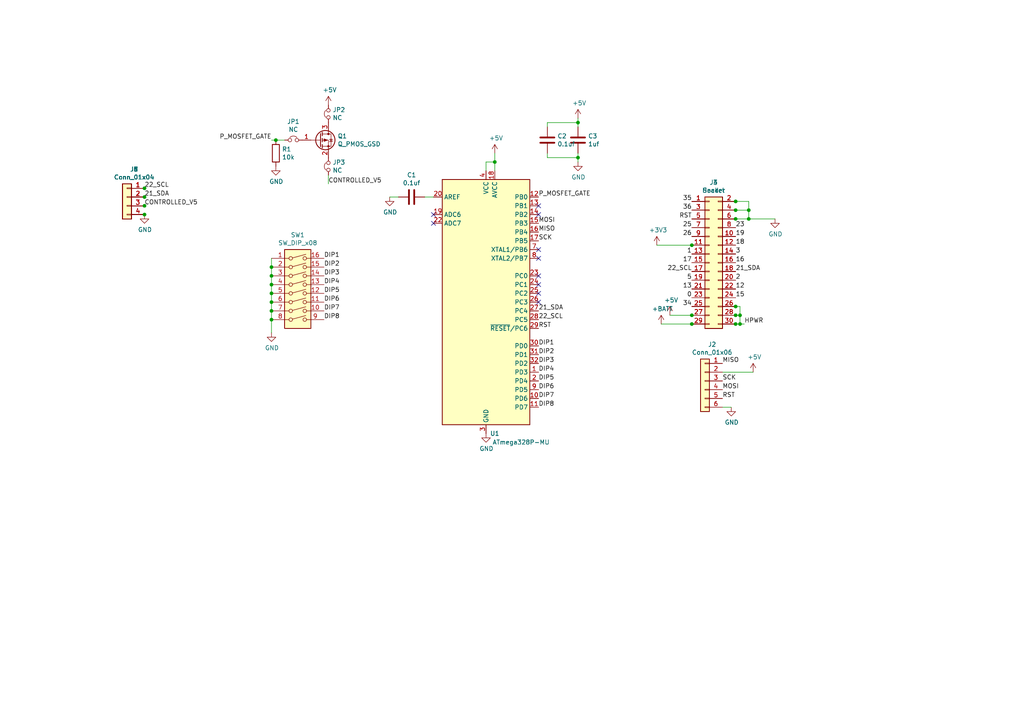
<source format=kicad_sch>
(kicad_sch (version 20230121) (generator eeschema)
  (paper "A4")
  (lib_symbols
    (symbol "Connector_Generic:Conn_01x04" (pin_names (offset 1.016) hide)
      (property "Reference" "J" (at 0 5.08 0))
      (property "Value" "Conn_01x04" (at 0 -7.62 0))
      (symbol "Conn_01x04_1_1"
        (rectangle (start -1.27 -4.953) (end 0 -5.207) (stroke (width 0.1524)))
        (rectangle (start -1.27 -2.413) (end 0 -2.667) (stroke (width 0.1524)))
        (rectangle (start -1.27 0.127) (end 0 -0.127) (stroke (width 0.1524)))
        (rectangle (start -1.27 2.667) (end 0 2.413) (stroke (width 0.1524)))
        (rectangle (start -1.27 3.81) (end 1.27 -6.35) (stroke (width 0.254)) (fill (type background)))
        (pin passive line (at -5.08 2.54 0) (length 3.81) (name "Pin_1") (number "1"))
        (pin passive line (at -5.08 0 0) (length 3.81) (name "Pin_2") (number "2"))
        (pin passive line (at -5.08 -2.54 0) (length 3.81) (name "Pin_3") (number "3"))
        (pin passive line (at -5.08 -5.08 0) (length 3.81) (name "Pin_4") (number "4"))
      )
    )
    (symbol "Connector_Generic:Conn_01x06" (pin_names (offset 1.016) hide)
      (property "Reference" "J" (at 0 7.62 0))
      (property "Value" "Conn_01x06" (at 0 -10.16 0))
      (symbol "Conn_01x06_1_1"
        (rectangle (start -1.27 -7.493) (end 0 -7.747) (stroke (width 0.1524)))
        (rectangle (start -1.27 -4.953) (end 0 -5.207) (stroke (width 0.1524)))
        (rectangle (start -1.27 -2.413) (end 0 -2.667) (stroke (width 0.1524)))
        (rectangle (start -1.27 0.127) (end 0 -0.127) (stroke (width 0.1524)))
        (rectangle (start -1.27 2.667) (end 0 2.413) (stroke (width 0.1524)))
        (rectangle (start -1.27 5.207) (end 0 4.953) (stroke (width 0.1524)))
        (rectangle (start -1.27 6.35) (end 1.27 -8.89) (stroke (width 0.254)) (fill (type background)))
        (pin passive line (at -5.08 5.08 0) (length 3.81) (name "Pin_1") (number "1"))
        (pin passive line (at -5.08 2.54 0) (length 3.81) (name "Pin_2") (number "2"))
        (pin passive line (at -5.08 0 0) (length 3.81) (name "Pin_3") (number "3"))
        (pin passive line (at -5.08 -2.54 0) (length 3.81) (name "Pin_4") (number "4"))
        (pin passive line (at -5.08 -5.08 0) (length 3.81) (name "Pin_5") (number "5"))
        (pin passive line (at -5.08 -7.62 0) (length 3.81) (name "Pin_6") (number "6"))
      )
    )
    (symbol "Connector_Generic:Conn_02x15_Odd_Even" (pin_names (offset 1.016) hide)
      (property "Reference" "J" (at 1.27 20.32 0))
      (property "Value" "Conn_02x15_Odd_Even" (at 1.27 -20.32 0))
      (symbol "Conn_02x15_Odd_Even_1_1"
        (rectangle (start -1.27 -17.653) (end 0 -17.907) (stroke (width 0.1524)))
        (rectangle (start -1.27 -15.113) (end 0 -15.367) (stroke (width 0.1524)))
        (rectangle (start -1.27 -12.573) (end 0 -12.827) (stroke (width 0.1524)))
        (rectangle (start -1.27 -10.033) (end 0 -10.287) (stroke (width 0.1524)))
        (rectangle (start -1.27 -7.493) (end 0 -7.747) (stroke (width 0.1524)))
        (rectangle (start -1.27 -4.953) (end 0 -5.207) (stroke (width 0.1524)))
        (rectangle (start -1.27 -2.413) (end 0 -2.667) (stroke (width 0.1524)))
        (rectangle (start -1.27 0.127) (end 0 -0.127) (stroke (width 0.1524)))
        (rectangle (start -1.27 2.667) (end 0 2.413) (stroke (width 0.1524)))
        (rectangle (start -1.27 5.207) (end 0 4.953) (stroke (width 0.1524)))
        (rectangle (start -1.27 7.747) (end 0 7.493) (stroke (width 0.1524)))
        (rectangle (start -1.27 10.287) (end 0 10.033) (stroke (width 0.1524)))
        (rectangle (start -1.27 12.827) (end 0 12.573) (stroke (width 0.1524)))
        (rectangle (start -1.27 15.367) (end 0 15.113) (stroke (width 0.1524)))
        (rectangle (start -1.27 17.907) (end 0 17.653) (stroke (width 0.1524)))
        (rectangle (start -1.27 19.05) (end 3.81 -19.05) (stroke (width 0.254)) (fill (type background)))
        (rectangle (start 3.81 -17.653) (end 2.54 -17.907) (stroke (width 0.1524)))
        (rectangle (start 3.81 -15.113) (end 2.54 -15.367) (stroke (width 0.1524)))
        (rectangle (start 3.81 -12.573) (end 2.54 -12.827) (stroke (width 0.1524)))
        (rectangle (start 3.81 -10.033) (end 2.54 -10.287) (stroke (width 0.1524)))
        (rectangle (start 3.81 -7.493) (end 2.54 -7.747) (stroke (width 0.1524)))
        (rectangle (start 3.81 -4.953) (end 2.54 -5.207) (stroke (width 0.1524)))
        (rectangle (start 3.81 -2.413) (end 2.54 -2.667) (stroke (width 0.1524)))
        (rectangle (start 3.81 0.127) (end 2.54 -0.127) (stroke (width 0.1524)))
        (rectangle (start 3.81 2.667) (end 2.54 2.413) (stroke (width 0.1524)))
        (rectangle (start 3.81 5.207) (end 2.54 4.953) (stroke (width 0.1524)))
        (rectangle (start 3.81 7.747) (end 2.54 7.493) (stroke (width 0.1524)))
        (rectangle (start 3.81 10.287) (end 2.54 10.033) (stroke (width 0.1524)))
        (rectangle (start 3.81 12.827) (end 2.54 12.573) (stroke (width 0.1524)))
        (rectangle (start 3.81 15.367) (end 2.54 15.113) (stroke (width 0.1524)))
        (rectangle (start 3.81 17.907) (end 2.54 17.653) (stroke (width 0.1524)))
        (pin passive line (at -5.08 17.78 0) (length 3.81) (name "Pin_1") (number "1"))
        (pin passive line (at 7.62 7.62 180) (length 3.81) (name "Pin_10") (number "10"))
        (pin passive line (at -5.08 5.08 0) (length 3.81) (name "Pin_11") (number "11"))
        (pin passive line (at 7.62 5.08 180) (length 3.81) (name "Pin_12") (number "12"))
        (pin passive line (at -5.08 2.54 0) (length 3.81) (name "Pin_13") (number "13"))
        (pin passive line (at 7.62 2.54 180) (length 3.81) (name "Pin_14") (number "14"))
        (pin passive line (at -5.08 0 0) (length 3.81) (name "Pin_15") (number "15"))
        (pin passive line (at 7.62 0 180) (length 3.81) (name "Pin_16") (number "16"))
        (pin passive line (at -5.08 -2.54 0) (length 3.81) (name "Pin_17") (number "17"))
        (pin passive line (at 7.62 -2.54 180) (length 3.81) (name "Pin_18") (number "18"))
        (pin passive line (at -5.08 -5.08 0) (length 3.81) (name "Pin_19") (number "19"))
        (pin passive line (at 7.62 17.78 180) (length 3.81) (name "Pin_2") (number "2"))
        (pin passive line (at 7.62 -5.08 180) (length 3.81) (name "Pin_20") (number "20"))
        (pin passive line (at -5.08 -7.62 0) (length 3.81) (name "Pin_21") (number "21"))
        (pin passive line (at 7.62 -7.62 180) (length 3.81) (name "Pin_22") (number "22"))
        (pin passive line (at -5.08 -10.16 0) (length 3.81) (name "Pin_23") (number "23"))
        (pin passive line (at 7.62 -10.16 180) (length 3.81) (name "Pin_24") (number "24"))
        (pin passive line (at -5.08 -12.7 0) (length 3.81) (name "Pin_25") (number "25"))
        (pin passive line (at 7.62 -12.7 180) (length 3.81) (name "Pin_26") (number "26"))
        (pin passive line (at -5.08 -15.24 0) (length 3.81) (name "Pin_27") (number "27"))
        (pin passive line (at 7.62 -15.24 180) (length 3.81) (name "Pin_28") (number "28"))
        (pin passive line (at -5.08 -17.78 0) (length 3.81) (name "Pin_29") (number "29"))
        (pin passive line (at -5.08 15.24 0) (length 3.81) (name "Pin_3") (number "3"))
        (pin passive line (at 7.62 -17.78 180) (length 3.81) (name "Pin_30") (number "30"))
        (pin passive line (at 7.62 15.24 180) (length 3.81) (name "Pin_4") (number "4"))
        (pin passive line (at -5.08 12.7 0) (length 3.81) (name "Pin_5") (number "5"))
        (pin passive line (at 7.62 12.7 180) (length 3.81) (name "Pin_6") (number "6"))
        (pin passive line (at -5.08 10.16 0) (length 3.81) (name "Pin_7") (number "7"))
        (pin passive line (at 7.62 10.16 180) (length 3.81) (name "Pin_8") (number "8"))
        (pin passive line (at -5.08 7.62 0) (length 3.81) (name "Pin_9") (number "9"))
      )
    )
    (symbol "Device:C" (pin_numbers hide) (pin_names (offset 0.254))
      (property "Reference" "C" (at 0.635 2.54 0))
      (property "Value" "C" (at 0.635 -2.54 0))
      (symbol "C_0_1"
        (polyline (pts (xy -2.032 -0.762) (xy 2.032 -0.762)) (stroke (width 0.508)))
        (polyline (pts (xy -2.032 0.762) (xy 2.032 0.762)) (stroke (width 0.508)))
      )
      (symbol "C_1_1"
        (pin passive line (at 0 3.81 270) (length 2.794) (name "~") (number "1"))
        (pin passive line (at 0 -3.81 90) (length 2.794) (name "~") (number "2"))
      )
    )
    (symbol "Device:Q_PMOS_GSD" (pin_names (offset 0) hide)
      (property "Reference" "Q" (at 5.08 1.27 0))
      (property "Value" "Q_PMOS_GSD" (at 5.08 -1.27 0))
      (symbol "Q_PMOS_GSD_0_1"
        (polyline (pts (xy 0.254 0) (xy -2.54 0)))
        (polyline (pts (xy 0.254 1.905) (xy 0.254 -1.905)) (stroke (width 0.254)))
        (polyline (pts (xy 0.762 -1.27) (xy 0.762 -2.286)) (stroke (width 0.254)))
        (polyline (pts (xy 0.762 0.508) (xy 0.762 -0.508)) (stroke (width 0.254)))
        (polyline (pts (xy 0.762 2.286) (xy 0.762 1.27)) (stroke (width 0.254)))
        (polyline (pts (xy 2.54 2.54) (xy 2.54 1.778)))
        (polyline (pts (xy 2.54 -2.54) (xy 2.54 0) (xy 0.762 0)))
        (polyline (pts (xy 0.762 1.778) (xy 3.302 1.778) (xy 3.302 -1.778) (xy 0.762 -1.778)))
        (polyline (pts (xy 2.286 0) (xy 1.27 0.381) (xy 1.27 -0.381) (xy 2.286 0)) (fill (type outline)))
        (polyline (pts (xy 2.794 -0.508) (xy 2.921 -0.381) (xy 3.683 -0.381) (xy 3.81 -0.254)))
        (polyline (pts (xy 3.302 -0.381) (xy 2.921 0.254) (xy 3.683 0.254) (xy 3.302 -0.381)))
        (circle (center 1.651 0) (radius 2.794) (stroke (width 0.254)))
        (circle (center 2.54 -1.778) (radius 0.254) (fill (type outline)))
        (circle (center 2.54 1.778) (radius 0.254) (fill (type outline)))
      )
      (symbol "Q_PMOS_GSD_1_1"
        (pin input line (at -5.08 0 0) (length 2.54) (name "G") (number "1"))
        (pin passive line (at 2.54 -5.08 90) (length 2.54) (name "S") (number "2"))
        (pin passive line (at 2.54 5.08 270) (length 2.54) (name "D") (number "3"))
      )
    )
    (symbol "Device:R" (pin_numbers hide) (pin_names (offset 0))
      (property "Reference" "R" (at 2.032 0 90))
      (property "Value" "R" (at 0 0 90))
      (symbol "R_0_1"
        (rectangle (start -1.016 -2.54) (end 1.016 2.54) (stroke (width 0.254)))
      )
      (symbol "R_1_1"
        (pin passive line (at 0 3.81 270) (length 1.27) (name "~") (number "1"))
        (pin passive line (at 0 -3.81 90) (length 1.27) (name "~") (number "2"))
      )
    )
    (symbol "ResettableI2CHubForM5Stack-rescue:+3.3V-power" (power) (pin_names (offset 0))
      (property "Value" "+3.3V-power" (at 0 3.556 0))
      (symbol "+3.3V-power_0_1"
        (polyline (pts (xy -0.762 1.27) (xy 0 2.54)))
        (polyline (pts (xy 0 0) (xy 0 2.54)))
        (polyline (pts (xy 0 2.54) (xy 0.762 1.27)))
      )
      (symbol "+3.3V-power_1_1"
        (pin power_in line (at 0 0 90) (length 0) hide (name "+3V3") (number "1"))
      )
    )
    (symbol "ResettableI2CHubForM5Stack-rescue:ATmega328P-MU-MCU_Microchip_ATmega"
      (property "Reference" "U" (at -12.7 36.83 0))
      (property "Value" "MCU_Microchip_ATmega_ATmega328P-MU" (at 2.54 -36.83 0))
      (symbol "ATmega328P-MU-MCU_Microchip_ATmega_0_1"
        (rectangle (start -12.7 -35.56) (end 12.7 35.56) (stroke (width 0.254)) (fill (type background)))
      )
      (symbol "ATmega328P-MU-MCU_Microchip_ATmega_1_1"
        (pin bidirectional line (at 15.24 -20.32 180) (length 2.54) (name "PD3") (number "1"))
        (pin bidirectional line (at 15.24 -27.94 180) (length 2.54) (name "PD6") (number "10"))
        (pin bidirectional line (at 15.24 -30.48 180) (length 2.54) (name "PD7") (number "11"))
        (pin bidirectional line (at 15.24 30.48 180) (length 2.54) (name "PB0") (number "12"))
        (pin bidirectional line (at 15.24 27.94 180) (length 2.54) (name "PB1") (number "13"))
        (pin bidirectional line (at 15.24 25.4 180) (length 2.54) (name "PB2") (number "14"))
        (pin bidirectional line (at 15.24 22.86 180) (length 2.54) (name "PB3") (number "15"))
        (pin bidirectional line (at 15.24 20.32 180) (length 2.54) (name "PB4") (number "16"))
        (pin bidirectional line (at 15.24 17.78 180) (length 2.54) (name "PB5") (number "17"))
        (pin power_in line (at 2.54 38.1 270) (length 2.54) (name "AVCC") (number "18"))
        (pin input line (at -15.24 25.4 0) (length 2.54) (name "ADC6") (number "19"))
        (pin bidirectional line (at 15.24 -22.86 180) (length 2.54) (name "PD4") (number "2"))
        (pin passive line (at -15.24 30.48 0) (length 2.54) (name "AREF") (number "20"))
        (pin passive line (at 0 -38.1 90) (length 2.54) hide (name "GND") (number "21"))
        (pin input line (at -15.24 22.86 0) (length 2.54) (name "ADC7") (number "22"))
        (pin bidirectional line (at 15.24 7.62 180) (length 2.54) (name "PC0") (number "23"))
        (pin bidirectional line (at 15.24 5.08 180) (length 2.54) (name "PC1") (number "24"))
        (pin bidirectional line (at 15.24 2.54 180) (length 2.54) (name "PC2") (number "25"))
        (pin bidirectional line (at 15.24 0 180) (length 2.54) (name "PC3") (number "26"))
        (pin bidirectional line (at 15.24 -2.54 180) (length 2.54) (name "PC4") (number "27"))
        (pin bidirectional line (at 15.24 -5.08 180) (length 2.54) (name "PC5") (number "28"))
        (pin bidirectional line (at 15.24 -7.62 180) (length 2.54) (name "~{RESET}/PC6") (number "29"))
        (pin power_in line (at 0 -38.1 90) (length 2.54) (name "GND") (number "3"))
        (pin bidirectional line (at 15.24 -12.7 180) (length 2.54) (name "PD0") (number "30"))
        (pin bidirectional line (at 15.24 -15.24 180) (length 2.54) (name "PD1") (number "31"))
        (pin bidirectional line (at 15.24 -17.78 180) (length 2.54) (name "PD2") (number "32"))
        (pin passive line (at 0 -38.1 90) (length 2.54) hide (name "GND") (number "33"))
        (pin power_in line (at 0 38.1 270) (length 2.54) (name "VCC") (number "4"))
        (pin passive line (at 0 -38.1 90) (length 2.54) hide (name "GND") (number "5"))
        (pin passive line (at 0 38.1 270) (length 2.54) hide (name "VCC") (number "6"))
        (pin bidirectional line (at 15.24 15.24 180) (length 2.54) (name "XTAL1/PB6") (number "7"))
        (pin bidirectional line (at 15.24 12.7 180) (length 2.54) (name "XTAL2/PB7") (number "8"))
        (pin bidirectional line (at 15.24 -25.4 180) (length 2.54) (name "PD5") (number "9"))
      )
    )
    (symbol "ResettableI2CHubForM5Stack-rescue:Jumper_NC_Small-Device" (pin_numbers hide) (pin_names (offset 0.762) hide)
      (property "Reference" "JP" (at 0 2.032 0))
      (property "Value" "Device_Jumper_NC_Small" (at 0.254 -1.524 0))
      (symbol "Jumper_NC_Small-Device_0_1"
        (circle (center -1.016 0) (radius 0.508))
        (circle (center 1.016 0) (radius 0.508))
        (arc (start 1.016 0.762) (mid 0 1.1828) (end -1.016 0.762))
        (pin passive line (at -2.54 0 0) (length 1.016) (name "1") (number "1"))
        (pin passive line (at 2.54 0 180) (length 1.016) (name "2") (number "2"))
      )
    )
    (symbol "Switch:SW_DIP_x08" (pin_names (offset 0) hide)
      (property "Reference" "SW" (at 0 13.97 0))
      (property "Value" "SW_DIP_x08" (at 0 -11.43 0))
      (symbol "SW_DIP_x08_0_0"
        (circle (center -2.032 -7.62) (radius 0.508))
        (circle (center -2.032 -5.08) (radius 0.508))
        (circle (center -2.032 -2.54) (radius 0.508))
        (circle (center -2.032 0) (radius 0.508))
        (circle (center -2.032 2.54) (radius 0.508))
        (circle (center -2.032 5.08) (radius 0.508))
        (circle (center -2.032 7.62) (radius 0.508))
        (circle (center -2.032 10.16) (radius 0.508))
        (polyline (pts (xy -1.524 -7.4676) (xy 2.3622 -6.4262)))
        (polyline (pts (xy -1.524 -4.9276) (xy 2.3622 -3.8862)))
        (polyline (pts (xy -1.524 -2.3876) (xy 2.3622 -1.3462)))
        (polyline (pts (xy -1.524 0.127) (xy 2.3622 1.1684)))
        (polyline (pts (xy -1.524 2.667) (xy 2.3622 3.7084)))
        (polyline (pts (xy -1.524 5.207) (xy 2.3622 6.2484)))
        (polyline (pts (xy -1.524 7.747) (xy 2.3622 8.7884)))
        (polyline (pts (xy -1.524 10.287) (xy 2.3622 11.3284)))
        (circle (center 2.032 -7.62) (radius 0.508))
        (circle (center 2.032 -5.08) (radius 0.508))
        (circle (center 2.032 -2.54) (radius 0.508))
        (circle (center 2.032 0) (radius 0.508))
        (circle (center 2.032 2.54) (radius 0.508))
        (circle (center 2.032 5.08) (radius 0.508))
        (circle (center 2.032 7.62) (radius 0.508))
        (circle (center 2.032 10.16) (radius 0.508))
      )
      (symbol "SW_DIP_x08_0_1"
        (rectangle (start -3.81 12.7) (end 3.81 -10.16) (stroke (width 0.254)) (fill (type background)))
      )
      (symbol "SW_DIP_x08_1_1"
        (pin passive line (at -7.62 10.16 0) (length 5.08) (name "~") (number "1"))
        (pin passive line (at 7.62 -5.08 180) (length 5.08) (name "~") (number "10"))
        (pin passive line (at 7.62 -2.54 180) (length 5.08) (name "~") (number "11"))
        (pin passive line (at 7.62 0 180) (length 5.08) (name "~") (number "12"))
        (pin passive line (at 7.62 2.54 180) (length 5.08) (name "~") (number "13"))
        (pin passive line (at 7.62 5.08 180) (length 5.08) (name "~") (number "14"))
        (pin passive line (at 7.62 7.62 180) (length 5.08) (name "~") (number "15"))
        (pin passive line (at 7.62 10.16 180) (length 5.08) (name "~") (number "16"))
        (pin passive line (at -7.62 7.62 0) (length 5.08) (name "~") (number "2"))
        (pin passive line (at -7.62 5.08 0) (length 5.08) (name "~") (number "3"))
        (pin passive line (at -7.62 2.54 0) (length 5.08) (name "~") (number "4"))
        (pin passive line (at -7.62 0 0) (length 5.08) (name "~") (number "5"))
        (pin passive line (at -7.62 -2.54 0) (length 5.08) (name "~") (number "6"))
        (pin passive line (at -7.62 -5.08 0) (length 5.08) (name "~") (number "7"))
        (pin passive line (at -7.62 -7.62 0) (length 5.08) (name "~") (number "8"))
        (pin passive line (at 7.62 -7.62 180) (length 5.08) (name "~") (number "9"))
      )
    )
    (symbol "power:+5V" (power) (pin_names (offset 0))
      (property "Value" "+5V" (at 0 3.556 0))
      (symbol "+5V_0_1"
        (polyline (pts (xy -0.762 1.27) (xy 0 2.54)))
        (polyline (pts (xy 0 0) (xy 0 2.54)))
        (polyline (pts (xy 0 2.54) (xy 0.762 1.27)))
      )
      (symbol "+5V_1_1"
        (pin power_in line (at 0 0 90) (length 0) hide (name "+5V") (number "1"))
      )
    )
    (symbol "power:+BATT" (power) (pin_names (offset 0))
      (property "Value" "+BATT" (at 0 3.556 0))
      (symbol "+BATT_0_1"
        (polyline (pts (xy -0.762 1.27) (xy 0 2.54)))
        (polyline (pts (xy 0 0) (xy 0 2.54)))
        (polyline (pts (xy 0 2.54) (xy 0.762 1.27)))
      )
      (symbol "+BATT_1_1"
        (pin power_in line (at 0 0 90) (length 0) hide (name "+BATT") (number "1"))
      )
    )
    (symbol "power:GND" (power) (pin_names (offset 0))
      (property "Value" "GND" (at 0 -3.81 0))
      (symbol "GND_0_1"
        (polyline (pts (xy 0 0) (xy 0 -1.27) (xy 1.27 -1.27) (xy 0 -2.54) (xy -1.27 -1.27) (xy 0 -1.27)))
      )
      (symbol "GND_1_1"
        (pin power_in line (at 0 0 270) (length 0) hide (name "GND") (number "1"))
      )
    )
  )
  (junction (at 200.66 71.12))
  (junction (at 78.74 87.63))
  (junction (at 78.74 77.47))
  (junction (at 213.36 93.98))
  (junction (at 213.36 60.96))
  (junction (at 78.74 85.09))
  (junction (at 200.66 93.98))
  (junction (at 213.36 88.9))
  (junction (at 41.91 54.61))
  (junction (at 167.64 35.56))
  (junction (at 213.36 58.42))
  (junction (at 200.66 91.44))
  (junction (at 41.91 57.15))
  (junction (at 78.74 80.01))
  (junction (at 78.74 90.17))
  (junction (at 143.51 46.99))
  (junction (at 167.64 45.72))
  (junction (at 214.63 91.44))
  (junction (at 214.63 93.98))
  (junction (at 41.91 59.69))
  (junction (at 213.36 63.5))
  (junction (at 217.17 63.5))
  (junction (at 217.17 60.96))
  (junction (at 213.36 91.44))
  (junction (at 78.74 82.55))
  (junction (at 41.91 62.23))
  (junction (at 80.01 40.64))
  (junction (at 78.74 92.71))
  (no_connect (at 156.21 82.55))
  (no_connect (at 156.21 72.39))
  (no_connect (at 156.21 62.23))
  (no_connect (at 125.73 64.77))
  (no_connect (at 125.73 62.23))
  (no_connect (at 156.21 80.01))
  (no_connect (at 156.21 85.09))
  (no_connect (at 156.21 59.69))
  (no_connect (at 156.21 74.93))
  (no_connect (at 156.21 87.63))
  (wire (pts (xy 213.36 58.42) (xy 217.17 58.42)))
  (wire (pts (xy 95.25 53.34) (xy 95.25 50.8)))
  (wire (pts (xy 82.55 40.64) (xy 80.01 40.64)))
  (wire (pts (xy 214.63 93.98) (xy 214.63 91.44)))
  (wire (pts (xy 217.17 58.42) (xy 217.17 60.96)))
  (wire (pts (xy 213.36 91.44) (xy 214.63 91.44)))
  (wire (pts (xy 167.64 45.72) (xy 167.64 46.99)))
  (wire (pts (xy 191.77 93.98) (xy 200.66 93.98)))
  (wire (pts (xy 214.63 93.98) (xy 215.9 93.98)))
  (wire (pts (xy 213.36 93.98) (xy 214.63 93.98)))
  (wire (pts (xy 167.64 35.56) (xy 158.75 35.56)))
  (wire (pts (xy 167.64 35.56) (xy 167.64 36.83)))
  (wire (pts (xy 78.74 92.71) (xy 78.74 90.17)))
  (wire (pts (xy 218.44 107.95) (xy 209.55 107.95)))
  (wire (pts (xy 78.74 82.55) (xy 78.74 80.01)))
  (wire (pts (xy 167.64 44.45) (xy 167.64 45.72)))
  (wire (pts (xy 158.75 45.72) (xy 158.75 44.45)))
  (wire (pts (xy 143.51 44.45) (xy 143.51 46.99)))
  (wire (pts (xy 214.63 88.9) (xy 213.36 88.9)))
  (wire (pts (xy 143.51 46.99) (xy 143.51 49.53)))
  (wire (pts (xy 200.66 71.12) (xy 190.5 71.12)))
  (wire (pts (xy 167.64 34.29) (xy 167.64 35.56)))
  (wire (pts (xy 217.17 60.96) (xy 217.17 63.5)))
  (wire (pts (xy 214.63 91.44) (xy 214.63 88.9)))
  (wire (pts (xy 113.03 57.15) (xy 115.57 57.15)))
  (wire (pts (xy 212.09 118.11) (xy 209.55 118.11)))
  (wire (pts (xy 78.74 85.09) (xy 78.74 82.55)))
  (wire (pts (xy 78.74 90.17) (xy 78.74 87.63)))
  (wire (pts (xy 200.66 91.44) (xy 194.31 91.44)))
  (wire (pts (xy 80.01 40.64) (xy 78.74 40.64)))
  (wire (pts (xy 143.51 46.99) (xy 140.97 46.99)))
  (wire (pts (xy 213.36 60.96) (xy 217.17 60.96)))
  (wire (pts (xy 78.74 87.63) (xy 78.74 85.09)))
  (wire (pts (xy 78.74 96.52) (xy 78.74 92.71)))
  (wire (pts (xy 78.74 80.01) (xy 78.74 77.47)))
  (wire (pts (xy 217.17 63.5) (xy 224.79 63.5)))
  (wire (pts (xy 78.74 77.47) (xy 78.74 74.93)))
  (wire (pts (xy 158.75 35.56) (xy 158.75 36.83)))
  (wire (pts (xy 213.36 63.5) (xy 217.17 63.5)))
  (wire (pts (xy 167.64 45.72) (xy 158.75 45.72)))
  (wire (pts (xy 123.19 57.15) (xy 125.73 57.15)))
  (wire (pts (xy 140.97 46.99) (xy 140.97 49.53)))
  (label "12" (at 213.36 83.82 0))
  (label "DIP2" (at 93.98 77.47 0))
  (label "RST" (at 209.55 115.57 0))
  (label "5" (at 200.66 81.28 180))
  (label "DIP4" (at 156.21 107.95 0))
  (label "SCK" (at 209.55 110.49 0))
  (label "CONTROLLED_V5" (at 95.25 53.34 0))
  (label "MOSI" (at 156.21 64.77 0))
  (label "MISO" (at 156.21 67.31 0))
  (label "DIP6" (at 93.98 87.63 0))
  (label "DIP4" (at 93.98 82.55 0))
  (label "DIP7" (at 93.98 90.17 0))
  (label "DIP6" (at 156.21 113.03 0))
  (label "SCK" (at 156.21 69.85 0))
  (label "DIP3" (at 156.21 105.41 0))
  (label "DIP5" (at 93.98 85.09 0))
  (label "22_SCL" (at 41.91 54.61 0))
  (label "25" (at 200.66 66.04 180))
  (label "DIP3" (at 93.98 80.01 0))
  (label "18" (at 213.36 71.12 0))
  (label "17" (at 200.66 76.2 180))
  (label "RST" (at 200.66 63.5 180))
  (label "36" (at 200.66 60.96 180))
  (label "34" (at 200.66 88.9 180))
  (label "26" (at 200.66 68.58 180))
  (label "22_SCL" (at 156.21 92.71 0))
  (label "23" (at 213.36 66.04 0))
  (label "P_MOSFET_GATE" (at 78.74 40.64 180))
  (label "22_SCL" (at 200.66 78.74 180))
  (label "MOSI" (at 209.55 113.03 0))
  (label "CONTROLLED_V5" (at 41.91 59.69 0))
  (label "DIP5" (at 156.21 110.49 0))
  (label "DIP1" (at 93.98 74.93 0))
  (label "DIP1" (at 156.21 100.33 0))
  (label "21_SDA" (at 156.21 90.17 0))
  (label "DIP2" (at 156.21 102.87 0))
  (label "15" (at 213.36 86.36 0))
  (label "RST" (at 156.21 95.25 0))
  (label "21_SDA" (at 41.91 57.15 0))
  (label "13" (at 200.66 83.82 180))
  (label "P_MOSFET_GATE" (at 156.21 57.15 0))
  (label "HPWR" (at 215.9 93.98 0))
  (label "16" (at 213.36 76.2 0))
  (label "1" (at 200.66 73.66 180))
  (label "35" (at 200.66 58.42 180))
  (label "DIP8" (at 156.21 118.11 0))
  (label "MISO" (at 209.55 105.41 0))
  (label "2" (at 213.36 81.28 0))
  (label "0" (at 200.66 86.36 180))
  (label "DIP8" (at 93.98 92.71 0))
  (label "DIP7" (at 156.21 115.57 0))
  (label "19" (at 213.36 68.58 0))
  (label "21_SDA" (at 213.36 78.74 0))
  (label "3" (at 213.36 73.66 0))
  (symbol (lib_id "Connector_Generic:Conn_02x15_Odd_Even") (at 205.74 76.2 0) (unit 1)
    (property "Reference" "J3" (at 207.01 52.9082 0))
    (property "Value" "Header" (at 207.01 55.2196 0))
    (property "Footprint" "footprints:PinHeader_2x15_P2.54mm_M5Stack" (effects hide))
  )
  (symbol (lib_id "Connector_Generic:Conn_02x15_Odd_Even") (at 205.74 76.2 0) (unit 1)
    (property "Reference" "J4" (at 207.01 52.9082 0))
    (property "Value" "Socket" (at 207.01 55.2196 0))
    (property "Footprint" "footprints:PinSocket_2x15_P2.54mm_Vertical_SMD_just_for_M5Stack_bottom" (effects hide))
  )
  (symbol (lib_id "power:+5V") (at 194.31 91.44 0) (unit 1)
    (property "Reference" "#PWR0101" (effects hide))
    (property "Value" "+5V" (at 194.691 87.0458 0))
  )
  (symbol (lib_id "power:+BATT") (at 191.77 93.98 0) (unit 1)
    (property "Reference" "#PWR0102" (effects hide))
    (property "Value" "+BATT" (at 192.151 89.5858 0))
  )
  (symbol (lib_id "power:GND") (at 224.79 63.5 0) (unit 1)
    (property "Reference" "#PWR0107" (effects hide))
    (property "Value" "GND" (at 224.917 67.8942 0))
  )
  (symbol (lib_id "ResettableI2CHubForM5Stack-rescue:+3.3V-power") (at 190.5 71.12 0) (unit 1)
    (property "Reference" "#PWR0108" (effects hide))
    (property "Value" "+3.3V" (at 190.881 66.7258 0))
  )
  (symbol (lib_id "ResettableI2CHubForM5Stack-rescue:ATmega328P-MU-MCU_Microchip_ATmega") (at 140.97 87.63 0) (unit 1)
    (property "Reference" "U1" (at 143.51 125.73 0))
    (property "Value" "ATmega328P-MU" (at 151.13 128.27 0))
    (property "Footprint" "Package_DFN_QFN:QFN-32-1EP_5x5mm_P0.5mm_EP3.1x3.1mm" (effects hide))
    (property "Datasheet" "http://ww1.microchip.com/downloads/en/DeviceDoc/ATmega328_P%20AVR%20MCU%20with%20picoPower%20Technology%20Data%20Sheet%2040001984A.pdf" (effects hide))
  )
  (symbol (lib_id "ResettableI2CHubForM5Stack-rescue:Jumper_NC_Small-Device") (at 85.09 40.64 0) (unit 1)
    (property "Reference" "JP1" (at 85.09 35.2552 0))
    (property "Value" "NC" (at 85.09 37.5666 0))
    (property "Footprint" "Jumper:SolderJumper-2_P1.3mm_Bridged_RoundedPad1.0x1.5mm" (effects hide))
  )
  (symbol (lib_id "Device:C") (at 167.64 40.64 0) (unit 1)
    (property "Reference" "C3" (at 170.561 39.4716 0) (effects (justify left)))
    (property "Value" "1uf" (at 170.561 41.783 0) (effects (justify left)))
    (property "Footprint" "Capacitor_SMD:C_0603_1608Metric" (effects hide))
  )
  (symbol (lib_id "power:GND") (at 140.97 125.73 0) (unit 1)
    (property "Reference" "#PWR0103" (effects hide))
    (property "Value" "GND" (at 141.097 130.1242 0))
  )
  (symbol (lib_id "power:GND") (at 167.64 46.99 0) (unit 1)
    (property "Reference" "#PWR0104" (effects hide))
    (property "Value" "GND" (at 167.767 51.3842 0))
  )
  (symbol (lib_id "Device:C") (at 158.75 40.64 0) (unit 1)
    (property "Reference" "C2" (at 161.671 39.4716 0) (effects (justify left)))
    (property "Value" "0.1uf" (at 161.671 41.783 0) (effects (justify left)))
    (property "Footprint" "Capacitor_SMD:C_0603_1608Metric" (effects hide))
  )
  (symbol (lib_id "ResettableI2CHubForM5Stack-rescue:Jumper_NC_Small-Device") (at 95.25 33.02 90) (unit 1)
    (property "Reference" "JP2" (at 96.4692 31.8516 90) (effects (justify right)))
    (property "Value" "NC" (at 96.4692 34.163 90) (effects (justify right)))
    (property "Footprint" "Jumper:SolderJumper-2_P1.3mm_Bridged_RoundedPad1.0x1.5mm" (effects hide))
  )
  (symbol (lib_id "Device:C") (at 119.38 57.15 90) (unit 1)
    (property "Reference" "C1" (at 119.38 50.7492 90))
    (property "Value" "0.1uf" (at 119.38 53.0606 90))
    (property "Footprint" "Capacitor_SMD:C_0201_0603Metric" (effects hide))
  )
  (symbol (lib_id "power:GND") (at 113.03 57.15 0) (unit 1)
    (property "Reference" "#PWR0105" (effects hide))
    (property "Value" "GND" (at 113.157 61.5442 0))
  )
  (symbol (lib_id "ResettableI2CHubForM5Stack-rescue:Jumper_NC_Small-Device") (at 95.25 48.26 90) (unit 1)
    (property "Reference" "JP3" (at 96.4692 47.0916 90) (effects (justify right)))
    (property "Value" "NC" (at 96.4692 49.403 90) (effects (justify right)))
    (property "Footprint" "Jumper:SolderJumper-2_P1.3mm_Bridged_RoundedPad1.0x1.5mm" (effects hide))
  )
  (symbol (lib_id "Switch:SW_DIP_x08") (at 86.36 85.09 0) (unit 1)
    (property "Reference" "SW1" (at 86.36 68.1482 0))
    (property "Value" "SW_DIP_x08" (at 86.36 70.4596 0))
    (property "Footprint" "Button_Switch_THT:SW_DIP_SPSTx08_Slide_9.78x22.5mm_W7.62mm_P2.54mm" (effects hide))
  )
  (symbol (lib_id "Connector_Generic:Conn_01x06") (at 204.47 110.49 0) (mirror y) (unit 1)
    (property "Reference" "J2" (at 206.5528 99.8982 0))
    (property "Value" "Conn_01x06" (at 206.5528 102.2096 0))
    (property "Footprint" "footprints:2x03_P2.54mm_Pads" (effects hide))
  )
  (symbol (lib_id "power:GND") (at 212.09 118.11 0) (unit 1)
    (property "Reference" "#PWR0106" (effects hide))
    (property "Value" "GND" (at 212.217 122.5042 0))
  )
  (symbol (lib_id "power:+5V") (at 143.51 44.45 0) (unit 1)
    (property "Reference" "#PWR0109" (effects hide))
    (property "Value" "+5V" (at 143.891 40.0558 0))
  )
  (symbol (lib_id "power:+5V") (at 218.44 107.95 0) (unit 1)
    (property "Reference" "#PWR0110" (effects hide))
    (property "Value" "+5V" (at 218.821 103.5558 0))
  )
  (symbol (lib_id "Device:Q_PMOS_GSD") (at 92.71 40.64 0) (unit 1)
    (property "Reference" "Q1" (at 97.917 39.4716 0) (effects (justify left)))
    (property "Value" "Q_PMOS_GSD" (at 97.917 41.783 0) (effects (justify left)))
    (property "Footprint" "Package_TO_SOT_SMD:SOT-23" (effects hide))
  )
  (symbol (lib_id "Connector_Generic:Conn_01x04") (at 36.83 57.15 0) (mirror y) (unit 1)
    (property "Reference" "J5" (at 38.9128 49.0982 0))
    (property "Value" "Conn_01x04" (at 38.9128 51.4096 0))
    (property "Footprint" "footprints:NS-Tech_Grove_1x04_P2mm_Horizontal" (effects hide))
  )
  (symbol (lib_id "Connector_Generic:Conn_01x04") (at 36.83 57.15 0) (mirror y) (unit 1)
    (property "Reference" "J6" (at 38.9128 49.0982 0))
    (property "Value" "Conn_01x04" (at 38.9128 51.4096 0))
    (property "Footprint" "footprints:NS-Tech_Grove_1x04_P2mm_Horizontal" (effects hide))
  )
  (symbol (lib_id "Connector_Generic:Conn_01x04") (at 36.83 57.15 0) (mirror y) (unit 1)
    (property "Reference" "J7" (at 38.9128 49.0982 0))
    (property "Value" "Conn_01x04" (at 38.9128 51.4096 0))
    (property "Footprint" "footprints:NS-Tech_Grove_1x04_P2mm_Horizontal" (effects hide))
  )
  (symbol (lib_id "Connector_Generic:Conn_01x04") (at 36.83 57.15 0) (mirror y) (unit 1)
    (property "Reference" "J8" (at 38.9128 49.0982 0))
    (property "Value" "Conn_01x04" (at 38.9128 51.4096 0))
    (property "Footprint" "footprints:NS-Tech_Grove_1x04_P2mm_Horizontal" (effects hide))
  )
  (symbol (lib_id "power:+5V") (at 167.64 34.29 0) (unit 1)
    (property "Reference" "#PWR0112" (effects hide))
    (property "Value" "+5V" (at 168.021 29.8958 0))
  )
  (symbol (lib_id "power:+5V") (at 95.25 30.48 0) (unit 1)
    (property "Reference" "#PWR0113" (effects hide))
    (property "Value" "+5V" (at 95.631 26.0858 0))
  )
  (symbol (lib_id "power:GND") (at 78.74 96.52 0) (unit 1)
    (property "Reference" "#PWR?" (effects hide))
    (property "Value" "GND" (at 78.867 100.9142 0))
  )
  (symbol (lib_id "Device:R") (at 80.01 44.45 180) (unit 1)
    (property "Reference" "R1" (at 81.788 43.2816 0) (effects (justify right)))
    (property "Value" "10k" (at 81.788 45.593 0) (effects (justify right)))
    (property "Footprint" "Resistor_SMD:R_0603_1608Metric" (effects hide))
  )
  (symbol (lib_id "power:GND") (at 80.01 48.26 0) (unit 1)
    (property "Reference" "#PWR0114" (effects hide))
    (property "Value" "GND" (at 80.137 52.6542 0))
  )
  (symbol (lib_id "Connector_Generic:Conn_01x04") (at 36.83 57.15 0) (mirror y) (unit 1)
    (property "Reference" "J1" (at 38.9128 49.0982 0))
    (property "Value" "Conn_01x04" (at 38.9128 51.4096 0))
    (property "Footprint" "footprints:NS-Tech_Grove_1x04_P2mm_Horizontal" (effects hide))
  )
  (symbol (lib_id "power:GND") (at 41.91 62.23 0) (unit 1)
    (property "Reference" "#PWR0115" (effects hide))
    (property "Value" "GND" (at 42.037 66.6242 0))
  )
)
</source>
